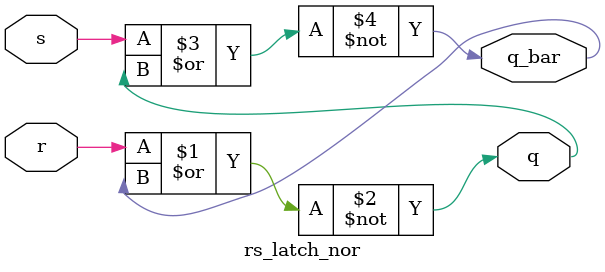
<source format=v>
module rs_latch_nor(
     input r, s,
	 output q, q_bar
	 );
	 assign q= ~(r | q_bar);
	 assign q_bar = ~(s | q);
	endmodule
</source>
